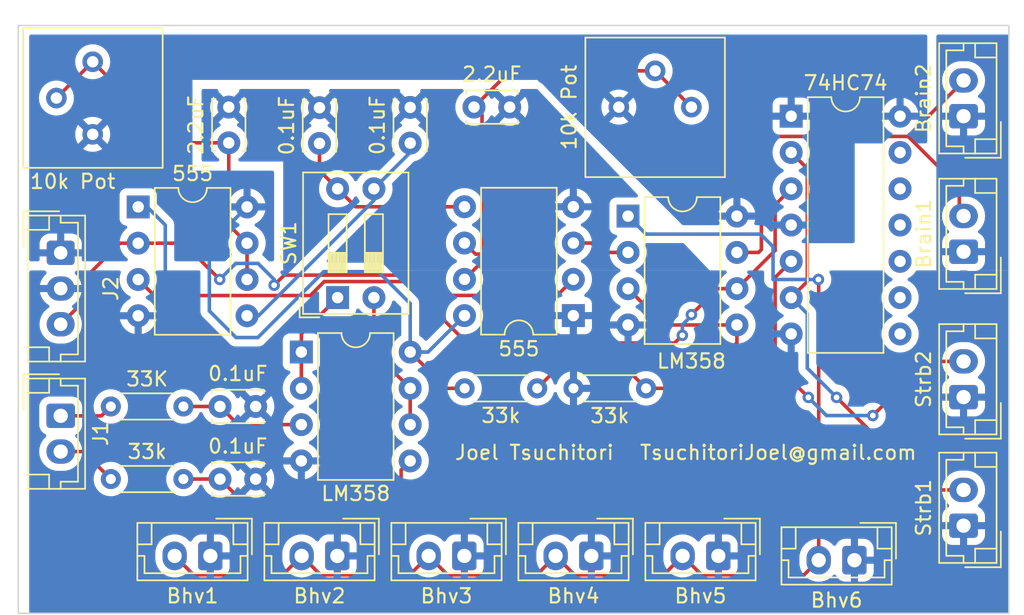
<source format=kicad_pcb>
(kicad_pcb (version 20221018) (generator pcbnew)
  (layers (0 "F.Cu" signal) (31 "B.Cu" signal) (34 "B.Paste" user) (35 "F.Paste" user) (36 "B.SilkS" user "B.Silkscreen") (37 "F.SilkS" user "F.Silkscreen") (38 "B.Mask" user) (39 "F.Mask" user) (44 "Edge.Cuts" user))
  (net 0 "")
  (net 1 "Net-(U1-DIS)")
  (net 2 "GND")
  (net 3 "Net-(U2A-+)")
  (net 4 "Net-(U3-DIS)")
  (net 5 "Net-(U2B-+)")
  (net 6 "Net-(U1-CV)")
  (net 7 "Net-(U3-CV)")
  (net 8 "Net-(J1-Pin_1)")
  (net 9 "Net-(J1-Pin_2)")
  (net 10 "+5V")
  (net 11 "VAC")
  (net 12 "Net-(J3-Pin_2)")
  (net 13 "Net-(J10-Pin_2)")
  (net 14 "Net-(J11-Pin_2)")
  (net 15 "Net-(J12-Pin_2)")
  (net 16 "Net-(U4A-+)")
  (net 17 "Net-(U2A--)")
  (net 18 "Net-(U2B--)")
  (net 19 "Net-(U1-Q)")
  (net 20 "Net-(U3-Q)")
  (footprint "Connector_JST:JST_EH_B2B-EH-A_1x02_P2.50mm_Vertical" (layer "F.Cu") (at 103.805 67.965 -90)
    (fp_text reference "J1" (at 1.25 -2.8 90) (layer "F.SilkS"))
    (fp_text value "Conn_01x02_Pin")
    (pad "1" thru_hole roundrect (at 0 0 270) (size 1.7 2) (drill 1) (layers "*.Cu" "*.Mask") (roundrect_rratio 0.1470588235) (net 8 "Net-(J1-Pin_1)"))
    (pad "2" thru_hole oval (at 2.5 0 270) (size 1.7 2) (drill 1) (layers "*.Cu" "*.Mask") (net 9 "Net-(J1-Pin_2)"))
  )
  (footprint "Capacitor_THT:C_Disc_D3.4mm_W2.1mm_P2.50mm" (layer "F.Cu") (at 121.92 48.895 90)
    (fp_text reference "0.1uF" (at 1.25 -2.3 90) (layer "F.SilkS"))
    (fp_text value "0.1 uF")
    (pad "1" thru_hole circle (at 0 0 90) (size 1.6 1.6) (drill 0.8) (layers "*.Cu" "*.Mask") (net 6 "Net-(U1-CV)"))
    (pad "2" thru_hole circle (at 2.5 0 90) (size 1.6 1.6) (drill 0.8) (layers "*.Cu" "*.Mask") (net 2 "GND"))
  )
  (footprint "Connector_JST:JST_EH_B2B-EH-A_1x02_P2.50mm_Vertical" (layer "F.Cu") (at 167.005 56.475 90)
    (fp_text reference "Brain1" (at 1.25 -2.8 90) (layer "F.SilkS"))
    (fp_text value "Conn_01x02_Pin")
    (pad "1" thru_hole roundrect (at 0 0 90) (size 1.7 2) (drill 1) (layers "*.Cu" "*.Mask") (roundrect_rratio 0.1470588235) (net 2 "GND"))
    (pad "2" thru_hole oval (at 2.5 0 90) (size 1.7 2) (drill 1) (layers "*.Cu" "*.Mask") (net 13 "Net-(J10-Pin_2)"))
  )
  (footprint "Connector_JST:JST_EH_B2B-EH-A_1x02_P2.50mm_Vertical" (layer "F.Cu") (at 149.84 77.77 180)
    (fp_text reference "Bhv5" (at 1.25 -2.8) (layer "F.SilkS"))
    (fp_text value "Conn_01x02_Pin")
    (pad "1" thru_hole roundrect (at 0 0 180) (size 1.7 2) (drill 1) (layers "*.Cu" "*.Mask") (roundrect_rratio 0.1470588235) (net 2 "GND"))
    (pad "2" thru_hole oval (at 2.5 0 180) (size 1.7 2) (drill 1) (layers "*.Cu" "*.Mask") (net 12 "Net-(J3-Pin_2)"))
  )
  (footprint "Button_Switch_THT:SW_DIP_SPSTx02_Slide_9.78x7.26mm_W7.62mm_P2.54mm" (layer "F.Cu") (at 123.19 59.69 90)
    (fp_text reference "SW1" (at 3.81 -3.42 90) (layer "F.SilkS"))
    (fp_text value "SW_DIP_x02")
    (pad "1" thru_hole rect (at 0 0 90) (size 1.6 1.6) (drill 0.8) (layers "*.Cu" "*.Mask") (net 17 "Net-(U2A--)"))
    (pad "2" thru_hole oval (at 0 2.54 90) (size 1.6 1.6) (drill 0.8) (layers "*.Cu" "*.Mask") (net 18 "Net-(U2B--)"))
    (pad "3" thru_hole oval (at 7.62 2.54 90) (size 1.6 1.6) (drill 0.8) (layers "*.Cu" "*.Mask") (net 7 "Net-(U3-CV)"))
    (pad "4" thru_hole oval (at 7.62 0 90) (size 1.6 1.6) (drill 0.8) (layers "*.Cu" "*.Mask") (net 6 "Net-(U1-CV)"))
  )
  (footprint "Resistor_THT:R_Axial_DIN0204_L3.6mm_D1.6mm_P5.08mm_Horizontal" (layer "F.Cu") (at 107.315 72.39)
    (fp_text reference "33k" (at 2.54 -1.92) (layer "F.SilkS"))
    (fp_text value "33k")
    (pad "1" thru_hole circle (at 0 0) (size 1.4 1.4) (drill 0.7) (layers "*.Cu" "*.Mask") (net 9 "Net-(J1-Pin_2)"))
    (pad "2" thru_hole oval (at 5.08 0) (size 1.4 1.4) (drill 0.7) (layers "*.Cu" "*.Mask") (net 5 "Net-(U2B-+)"))
  )
  (footprint "Package_DIP:DIP-8_W7.62mm" (layer "F.Cu") (at 139.69 60.95 180)
    (fp_text reference "555" (at 3.81 -2.33) (layer "F.SilkS"))
    (fp_text value "NE555P")
    (pad "1" thru_hole rect (at 0 0 180) (size 1.6 1.6) (drill 0.8) (layers "*.Cu" "*.Mask") (net 2 "GND"))
    (pad "2" thru_hole oval (at 0 2.54 180) (size 1.6 1.6) (drill 0.8) (layers "*.Cu" "*.Mask") (net 11 "VAC"))
    (pad "3" thru_hole oval (at 0 5.08 180) (size 1.6 1.6) (drill 0.8) (layers "*.Cu" "*.Mask") (net 19 "Net-(U1-Q)"))
    (pad "4" thru_hole oval (at 0 7.62 180) (size 1.6 1.6) (drill 0.8) (layers "*.Cu" "*.Mask") (net 2 "GND"))
    (pad "5" thru_hole oval (at 7.62 7.62 180) (size 1.6 1.6) (drill 0.8) (layers "*.Cu" "*.Mask") (net 6 "Net-(U1-CV)"))
    (pad "6" thru_hole oval (at 7.62 5.08 180) (size 1.6 1.6) (drill 0.8) (layers "*.Cu" "*.Mask") (net 1 "Net-(U1-DIS)"))
    (pad "7" thru_hole oval (at 7.62 2.54 180) (size 1.6 1.6) (drill 0.8) (layers "*.Cu" "*.Mask") (net 1 "Net-(U1-DIS)"))
    (pad "8" thru_hole oval (at 7.62 0 180) (size 1.6 1.6) (drill 0.8) (layers "*.Cu" "*.Mask") (net 10 "+5V"))
  )
  (footprint "Resistor_THT:R_Axial_DIN0204_L3.6mm_D1.6mm_P5.08mm_Horizontal" (layer "F.Cu") (at 132.08 66.04)
    (fp_text reference "33k" (at 2.54 1.905) (layer "F.SilkS"))
    (fp_text value "33k")
    (pad "1" thru_hole circle (at 0 0) (size 1.4 1.4) (drill 0.7) (layers "*.Cu" "*.Mask") (net 10 "+5V"))
    (pad "2" thru_hole oval (at 5.08 0) (size 1.4 1.4) (drill 0.7) (layers "*.Cu" "*.Mask") (net 16 "Net-(U4A-+)"))
  )
  (footprint "Package_DIP:DIP-8_W7.62mm" (layer "F.Cu") (at 120.65 63.5)
    (fp_text reference "LM358" (at 3.81 9.906) (layer "F.SilkS"))
    (fp_text value "LM358")
    (pad "1" thru_hole rect (at 0 0) (size 1.6 1.6) (drill 0.8) (layers "*.Cu" "*.Mask") (net 17 "Net-(U2A--)"))
    (pad "2" thru_hole oval (at 0 2.54) (size 1.6 1.6) (drill 0.8) (layers "*.Cu" "*.Mask") (net 17 "Net-(U2A--)"))
    (pad "3" thru_hole oval (at 0 5.08) (size 1.6 1.6) (drill 0.8) (layers "*.Cu" "*.Mask") (net 3 "Net-(U2A-+)"))
    (pad "4" thru_hole oval (at 0 7.62) (size 1.6 1.6) (drill 0.8) (layers "*.Cu" "*.Mask") (net 2 "GND"))
    (pad "5" thru_hole oval (at 7.62 7.62) (size 1.6 1.6) (drill 0.8) (layers "*.Cu" "*.Mask") (net 5 "Net-(U2B-+)"))
    (pad "6" thru_hole oval (at 7.62 5.08) (size 1.6 1.6) (drill 0.8) (layers "*.Cu" "*.Mask") (net 18 "Net-(U2B--)"))
    (pad "7" thru_hole oval (at 7.62 2.54) (size 1.6 1.6) (drill 0.8) (layers "*.Cu" "*.Mask") (net 18 "Net-(U2B--)"))
    (pad "8" thru_hole oval (at 7.62 0) (size 1.6 1.6) (drill 0.8) (layers "*.Cu" "*.Mask") (net 10 "+5V"))
  )
  (footprint "Capacitor_THT:C_Disc_D3.4mm_W2.1mm_P2.50mm" (layer "F.Cu") (at 114.955 67.31)
    (fp_text reference "0.1uF" (at 1.25 -2.3) (layer "F.SilkS"))
    (fp_text value "0.1 uF")
    (pad "1" thru_hole circle (at 0 0) (size 1.6 1.6) (drill 0.8) (layers "*.Cu" "*.Mask") (net 3 "Net-(U2A-+)"))
    (pad "2" thru_hole circle (at 2.5 0) (size 1.6 1.6) (drill 0.8) (layers "*.Cu" "*.Mask") (net 2 "GND"))
  )
  (footprint "Resistor_THT:R_Axial_DIN0204_L3.6mm_D1.6mm_P5.08mm_Horizontal" (layer "F.Cu") (at 107.315 67.31)
    (fp_text reference "33K" (at 2.54 -1.92) (layer "F.SilkS"))
    (fp_text value "33k")
    (pad "1" thru_hole circle (at 0 0) (size 1.4 1.4) (drill 0.7) (layers "*.Cu" "*.Mask") (net 8 "Net-(J1-Pin_1)"))
    (pad "2" thru_hole oval (at 5.08 0) (size 1.4 1.4) (drill 0.7) (layers "*.Cu" "*.Mask") (net 3 "Net-(U2A-+)"))
  )
  (footprint "Connector_JST:JST_EH_B2B-EH-A_1x02_P2.50mm_Vertical" (layer "F.Cu") (at 132.06 77.77 180)
    (fp_text reference "Bhv3" (at 1.25 -2.8) (layer "F.SilkS"))
    (fp_text value "Conn_01x02_Pin")
    (pad "1" thru_hole roundrect (at 0 0 180) (size 1.7 2) (drill 1) (layers "*.Cu" "*.Mask") (roundrect_rratio 0.1470588235) (net 2 "GND"))
    (pad "2" thru_hole oval (at 2.5 0 180) (size 1.7 2) (drill 1) (layers "*.Cu" "*.Mask") (net 12 "Net-(J3-Pin_2)"))
  )
  (footprint "Potentiometer_THT:Potentiometer_Bourns_3386P_Vertical" (layer "F.Cu") (at 106.045 43.18 180)
    (fp_text reference "10k Pot" (at 1.397 -8.382) (layer "F.SilkS"))
    (fp_text value "10k-0")
    (pad "1" thru_hole circle (at 0 0 180) (size 1.44 1.44) (drill 0.8) (layers "*.Cu" "*.Mask") (net 4 "Net-(U3-DIS)"))
    (pad "2" thru_hole circle (at 2.54 -2.54 180) (size 1.44 1.44) (drill 0.8) (layers "*.Cu" "*.Mask") (net 4 "Net-(U3-DIS)"))
    (pad "3" thru_hole circle (at 0 -5.08 180) (size 1.44 1.44) (drill 0.8) (layers "*.Cu" "*.Mask") (net 10 "+5V"))
  )
  (footprint "Connector_JST:JST_EH_B2B-EH-A_1x02_P2.50mm_Vertical" (layer "F.Cu") (at 167.005 66.655 90)
    (fp_text reference "Strb2" (at 1.25 -2.8 90) (layer "F.SilkS"))
    (fp_text value "Conn_01x02_Pin")
    (pad "1" thru_hole roundrect (at 0 0 90) (size 1.7 2) (drill 1) (layers "*.Cu" "*.Mask") (roundrect_rratio 0.1470588235) (net 2 "GND"))
    (pad "2" thru_hole oval (at 2.5 0 90) (size 1.7 2) (drill 1) (layers "*.Cu" "*.Mask") (net 14 "Net-(J11-Pin_2)"))
  )
  (footprint "Connector_JST:JST_EH_B2B-EH-A_1x02_P2.50mm_Vertical" (layer "F.Cu") (at 159.365 78.07 180)
    (fp_text reference "Bhv6" (at 1.25 -2.8) (layer "F.SilkS"))
    (fp_text value "Conn_01x02_Pin")
    (pad "1" thru_hole roundrect (at 0 0 180) (size 1.7 2) (drill 1) (layers "*.Cu" "*.Mask") (roundrect_rratio 0.1470588235) (net 2 "GND"))
    (pad "2" thru_hole oval (at 2.5 0 180) (size 1.7 2) (drill 1) (layers "*.Cu" "*.Mask") (net 12 "Net-(J3-Pin_2)"))
  )
  (footprint "Capacitor_THT:C_Disc_D3.4mm_W2.1mm_P2.50mm" (layer "F.Cu") (at 128.27 48.875 90)
    (fp_text reference "0.1uF" (at 1.25 -2.3 90) (layer "F.SilkS"))
    (fp_text value "0.1 uF")
    (pad "1" thru_hole circle (at 0 0 90) (size 1.6 1.6) (drill 0.8) (layers "*.Cu" "*.Mask") (net 7 "Net-(U3-CV)"))
    (pad "2" thru_hole circle (at 2.5 0 90) (size 1.6 1.6) (drill 0.8) (layers "*.Cu" "*.Mask") (net 2 "GND"))
  )
  (footprint "Resistor_THT:R_Axial_DIN0204_L3.6mm_D1.6mm_P5.08mm_Horizontal" (layer "F.Cu") (at 144.78 66.04 180)
    (fp_text reference "33k" (at 2.54 -1.92) (layer "F.SilkS"))
    (fp_text value "33k")
    (pad "1" thru_hole circle (at 0 0 180) (size 1.4 1.4) (drill 0.7) (layers "*.Cu" "*.Mask") (net 16 "Net-(U4A-+)"))
    (pad "2" thru_hole oval (at 5.08 0 180) (size 1.4 1.4) (drill 0.7) (layers "*.Cu" "*.Mask") (net 2 "GND"))
  )
  (footprint "Connector_JST:JST_EH_B2B-EH-A_1x02_P2.50mm_Vertical" (layer "F.Cu") (at 140.95 77.77 180)
    (fp_text reference "Bhv4" (at 1.25 -2.8) (layer "F.SilkS"))
    (fp_text value "Conn_01x02_Pin")
    (pad "1" thru_hole roundrect (at 0 0 180) (size 1.7 2) (drill 1) (layers "*.Cu" "*.Mask") (roundrect_rratio 0.1470588235) (net 2 "GND"))
    (pad "2" thru_hole oval (at 2.5 0 180) (size 1.7 2) (drill 1) (layers "*.Cu" "*.Mask") (net 12 "Net-(J3-Pin_2)"))
  )
  (footprint "Package_DIP:DIP-8_W7.62mm" (layer "F.Cu") (at 143.52 53.985)
    (fp_text reference "LM358" (at 4.435 10.15) (layer "F.SilkS"))
    (fp_text value "LM358")
    (pad "1" thru_hole rect (at 0 0) (size 1.6 1.6) (drill 0.8) (layers "*.Cu" "*.Mask") (net 12 "Net-(J3-Pin_2)"))
    (pad "2" thru_hole oval (at 0 2.54) (size 1.6 1.6) (drill 0.8) (layers "*.Cu" "*.Mask") (net 19 "Net-(U1-Q)"))
    (pad "3" thru_hole oval (at 0 5.08) (size 1.6 1.6) (drill 0.8) (layers "*.Cu" "*.Mask") (net 16 "Net-(U4A-+)"))
    (pad "4" thru_hole oval (at 0 7.62) (size 1.6 1.6) (drill 0.8) (layers "*.Cu" "*.Mask") (net 2 "GND"))
    (pad "5" thru_hole oval (at 7.62 7.62) (size 1.6 1.6) (drill 0.8) (layers "*.Cu" "*.Mask") (net 16 "Net-(U4A-+)"))
    (pad "6" thru_hole oval (at 7.62 5.08) (size 1.6 1.6) (drill 0.8) (layers "*.Cu" "*.Mask") (net 20 "Net-(U3-Q)"))
    (pad "7" thru_hole oval (at 7.62 2.54) (size 1.6 1.6) (drill 0.8) (layers "*.Cu" "*.Mask") (net 13 "Net-(J10-Pin_2)"))
    (pad "8" thru_hole oval (at 7.62 0) (size 1.6 1.6) (drill 0.8) (layers "*.Cu" "*.Mask") (net 10 "+5V"))
  )
  (footprint "Potentiometer_THT:Potentiometer_Bourns_3386P_Vertical" (layer "F.Cu") (at 147.955 46.355 90)
    (fp_text reference "10k Pot" (at -0.015 -8.555 90) (layer "F.SilkS"))
    (fp_text value "10k-0")
    (pad "1" thru_hole circle (at 0 0 90) (size 1.44 1.44) (drill 0.8) (layers "*.Cu" "*.Mask") (net 1 "Net-(U1-DIS)"))
    (pad "2" thru_hole circle (at 2.54 -2.54 90) (size 1.44 1.44) (drill 0.8) (layers "*.Cu" "*.Mask") (net 1 "Net-(U1-DIS)"))
    (pad "3" thru_hole circle (at 0 -5.08 90) (size 1.44 1.44) (drill 0.8) (layers "*.Cu" "*.Mask") (net 10 "+5V"))
  )
  (footprint "Capacitor_THT:C_Disc_D3.4mm_W2.1mm_P2.50mm" (layer "F.Cu") (at 115.57 48.855 90)
    (fp_text reference "2.2uF" (at 1.25 -2.3 90) (layer "F.SilkS"))
    (fp_text value "2.2 uf")
    (pad "1" thru_hole circle (at 0 0 90) (size 1.6 1.6) (drill 0.8) (layers "*.Cu" "*.Mask") (net 4 "Net-(U3-DIS)"))
    (pad "2" thru_hole circle (at 2.5 0 90) (size 1.6 1.6) (drill 0.8) (layers "*.Cu" "*.Mask") (net 2 "GND"))
  )
  (footprint "Connector_JST:JST_EH_B3B-EH-A_1x03_P2.50mm_Vertical" (layer "F.Cu") (at 103.805 56.555 -90)
    (fp_text reference "J2" (at 2.5 -3.51 90) (layer "F.SilkS"))
    (fp_text value "Conn_01x03_Pin")
    (pad "1" thru_hole roundrect (at 0 0 270) (size 1.7 1.95) (drill 0.95) (layers "*.Cu" "*.Mask") (roundrect_rratio 0.1470588235) (net 10 "+5V"))
    (pad "2" thru_hole oval (at 2.5 0 270) (size 1.7 1.95) (drill 0.95) (layers "*.Cu" "*.Mask") (net 2 "GND"))
    (pad "3" thru_hole oval (at 5 0 270) (size 1.7 1.95) (drill 0.95) (layers "*.Cu" "*.Mask") (net 11 "VAC"))
  )
  (footprint "Connector_JST:JST_EH_B2B-EH-A_1x02_P2.50mm_Vertical" (layer "F.Cu") (at 167.005 75.652 90)
    (fp_text reference "Strb1" (at 1.25 -2.8 90) (layer "F.SilkS"))
    (fp_text value "Conn_01x02_Pin")
    (pad "1" thru_hole roundrect (at 0 0 90) (size 1.7 2) (drill 1) (layers "*.Cu" "*.Mask") (roundrect_rratio 0.1470588235) (net 2 "GND"))
    (pad "2" thru_hole oval (at 2.5 0 90) (size 1.7 2) (drill 1) (layers "*.Cu" "*.Mask") (net 15 "Net-(J12-Pin_2)"))
  )
  (footprint "Connector_JST:JST_EH_B2B-EH-A_1x02_P2.50mm_Vertical" (layer "F.Cu") (at 123.17 77.77 180)
    (fp_text reference "Bhv2" (at 1.25 -2.8) (layer "F.SilkS"))
    (fp_text value "Conn_01x02_Pin")
    (pad "1" thru_hole roundrect (at 0 0 180) (size 1.7 2) (drill 1) (layers "*.Cu" "*.Mask") (roundrect_rratio 0.1470588235) (net 2 "GND"))
    (pad "2" thru_hole oval (at 2.5 0 180) (size 1.7 2) (drill 1) (layers "*.Cu" "*.Mask") (net 12 "Net-(J3-Pin_2)"))
  )
  (footprint "Connector_JST:JST_EH_B2B-EH-A_1x02_P2.50mm_Vertical" (layer "F.Cu") (at 167.005 46.99 90)
    (fp_text reference "Brain2" (at 1.25 -2.8 90) (layer "F.SilkS"))
    (fp_text value "Conn_01x02_Pin")
    (pad "1" thru_hole roundrect (at 0 0 90) (size 1.7 2) (drill 1) (layers "*.Cu" "*.Mask") (roundrect_rratio 0.1470588235) (net 2 "GND"))
    (pad "2" thru_hole oval (at 2.5 0 90) (size 1.7 2) (drill 1) (layers "*.Cu" "*.Mask") (net 13 "Net-(J10-Pin_2)"))
  )
  (footprint "Package_DIP:DIP-8_W7.62mm" (layer "F.Cu") (at 109.23 53.34)
    (fp_text reference "555" (at 3.81 -2.33) (layer "F.SilkS"))
    (fp_text value "NE555P")
    (pad "1" thru_hole rect (at 0 0) (size 1.6 1.6) (drill 0.8) (layers "*.Cu" "*.Mask") (net 2 "GND"))
    (pad "2" thru_hole oval (at 0 2.54) (size 1.6 1.6) (drill 0.8) (layers "*.Cu" "*.Mask") (net 11 "VAC"))
    (pad "3" thru_hole oval (at 0 5.08) (size 1.6 1.6) (drill 0.8) (layers "*.Cu" "*.Mask") (net 20 "Net-(U3-Q)"))
    (pad "4" thru_hole oval (at 0 7.62) (size 1.6 1.6) (drill 0.8) (layers "*.Cu" "*.Mask") (net 2 "GND"))
    (pad "5" thru_hole oval (at 7.62 7.62) (size 1.6 1.6) (drill 0.8) (layers "*.Cu" "*.Mask") (net 7 "Net-(U3-CV)"))
    (pad "6" thru_hole oval (at 7.62 5.08) (size 1.6 1.6) (drill 0.8) (layers "*.Cu" "*.Mask") (net 4 "Net-(U3-DIS)"))
    (pad "7" thru_hole oval (at 7.62 2.54) (size 1.6 1.6) (drill 0.8) (layers "*.Cu" "*.Mask") (net 4 "Net-(U3-DIS)"))
    (pad "8" thru_hole oval (at 7.62 0) (size 1.6 1.6) (drill 0.8) (layers "*.Cu" "*.Mask") (net 10 "+5V"))
  )
  (footprint "Package_DIP:DIP-14_W7.62mm" (layer "F.Cu") (at 154.94 46.99)
    (fp_text reference "74HC74" (at 3.81 -2.33) (layer "F.SilkS"))
    (fp_text value "74HC74")
    (pad "1" thru_hole rect (at 0 0) (size 1.6 1.6) (drill 0.8) (layers "*.Cu" "*.Mask") (net 10 "+5V"))
    (pad "2" thru_hole oval (at 0 2.54) (size 1.6 1.6) (drill 0.8) (layers "*.Cu" "*.Mask") (net 15 "Net-(J12-Pin_2)"))
    (pad "3" thru_hole oval (at 0 5.08) (size 1.6 1.6) (drill 0.8) (layers "*.Cu" "*.Mask") (net 20 "Net-(U3-Q)"))
    (pad "4" thru_hole oval (at 0 7.62) (size 1.6 1.6) (drill 0.8) (layers "*.Cu" "*.Mask") (net 10 "+5V"))
    (pad "5" thru_hole oval (at 0 10.16) (size 1.6 1.6) (drill 0.8) (layers "*.Cu" "*.Mask") (net 14 "Net-(J11-Pin_2)"))
    (pad "6" thru_hole oval (at 0 12.7) (size 1.6 1.6) (drill 0.8) (layers "*.Cu" "*.Mask") (net 15 "Net-(J12-Pin_2)"))
    (pad "7" thru_hole oval (at 0 15.24) (size 1.6 1.6) (drill 0.8) (layers "*.Cu" "*.Mask") (net 2 "GND"))
    (pad "8" thru_hole oval (at 7.62 15.24) (size 1.6 1.6) (drill 0.8) (layers "*.Cu" "*.Mask"))
    (pad "9" thru_hole oval (at 7.62 12.7) (size 1.6 1.6) (drill 0.8) (layers "*.Cu" "*.Mask"))
    (pad "10" thru_hole oval (at 7.62 10.16) (size 1.6 1.6) (drill 0.8) (layers "*.Cu" "*.Mask"))
    (pad "11" thru_hole oval (at 7.62 7.62) (size 1.6 1.6) (drill 0.8) (layers "*.Cu" "*.Mask"))
    (pad "12" thru_hole oval (at 7.62 5.08) (size 1.6 1.6) (drill 0.8) (layers "*.Cu" "*.Mask"))
    (pad "13" thru_hole oval (at 7.62 2.54) (size 1.6 1.6) (drill 0.8) (layers "*.Cu" "*.Mask"))
    (pad "14" thru_hole oval (at 7.62 0) (size 1.6 1.6) (drill 0.8) (layers "*.Cu" "*.Mask") (net 10 "+5V"))
  )
  (footprint "Connector_JST:JST_EH_B2B-EH-A_1x02_P2.50mm_Vertical" (layer "F.Cu") (at 114.28 77.77 180)
    (fp_text reference "Bhv1" (at 1.25 -2.8) (layer "F.SilkS"))
    (fp_text value "Conn_01x02_Pin")
    (pad "1" thru_hole roundrect (at 0 0 180) (size 1.7 2) (drill 1) (layers "*.Cu" "*.Mask") (roundrect_rratio 0.1470588235) (net 2 "GND"))
    (pad "2" thru_hole oval (at 2.5 0 180) (size 1.7 2) (drill 1) (layers "*.Cu" "*.Mask") (net 12 "Net-(J3-Pin_2)"))
  )
  (footprint "Capacitor_THT:C_Disc_D3.4mm_W2.1mm_P2.50mm" (layer "F.Cu") (at 114.955 72.39)
    (fp_text reference "0.1uF" (at 1.25 -2.3) (layer "F.SilkS"))
    (fp_text value "0.1 uF")
    (pad "1" thru_hole circle (at 0 0) (size 1.6 1.6) (drill 0.8) (layers "*.Cu" "*.Mask") (net 5 "Net-(U2B-+)"))
    (pad "2" thru_hole circle (at 2.5 0) (size 1.6 1.6) (drill 0.8) (layers "*.Cu" "*.Mask") (net 2 "GND"))
  )
  (footprint "Capacitor_THT:C_Disc_D3.4mm_W2.1mm_P2.50mm" (layer "F.Cu") (at 132.735 46.355)
    (fp_text reference "2.2uF" (at 1.25 -2.3) (layer "F.SilkS"))
    (fp_text value "2.2 uf")
    (pad "1" thru_hole circle (at 0 0) (size 1.6 1.6) (drill 0.8) (layers "*.Cu" "*.Mask") (net 1 "Net-(U1-DIS)"))
    (pad "2" thru_hole circle (at 2.5 0) (size 1.6 1.6) (drill 0.8) (layers "*.Cu" "*.Mask") (net 2 "GND"))
  )
  (gr_rect (start 100.838 40.64) (end 170.18 81.788) (stroke (width 0.1)) (fill none) (layer "Edge.Cuts"))
  (gr_text "Joel Tsuchitori" (at 131.318 71.12) (layer "F.SilkS") (effects (font (size 1 1)) (justify left bottom)))
  (gr_text "TsuchitoriJoel@gmail.com\n" (at 144.272 71.12) (layer "F.SilkS") (effects (font (size 1 1)) (justify left bottom)))
  (segment (start 135.275 43.815) (end 145.415 43.815) (width 0.25) (layer "F.Cu") (net 1))
  (segment (start 132.842 56.642) (end 133.297129 56.642) (width 0.25) (layer "F.Cu") (net 1))
  (segment (start 132.07 55.87) (end 132.842 56.642) (width 0.25) (layer "F.Cu") (net 1))
  (segment (start 145.415 43.815) (end 147.955 46.355) (width 0.25) (layer "F.Cu") (net 1))
  (segment (start 133.297129 57.182871) (end 132.07 58.41) (width 0.25) (layer "F.Cu") (net 1))
  (segment (start 132.735 46.355) (end 135.275 43.815) (width 0.25) (layer "F.Cu") (net 1))
  (segment (start 133.297129 46.917129) (end 133.297129 56.642) (width 0.25) (layer "F.Cu") (net 1))
  (segment (start 133.297129 56.642) (end 133.297129 57.182871) (width 0.25) (layer "F.Cu") (net 1))
  (segment (start 132.735 46.355) (end 133.297129 46.917129) (width 0.25) (layer "F.Cu") (net 1))
  (segment (start 109.23 53.34) (end 109.855 53.34) (width 0.25) (layer "B.Cu") (net 2))
  (segment (start 111.125 54.61) (end 111.125 59.055) (width 0.25) (layer "B.Cu") (net 2))
  (segment (start 109.855 53.34) (end 111.125 54.61) (width 0.25) (layer "B.Cu") (net 2))
  (segment (start 112.395 67.31) (end 114.955 67.31) (width 0.25) (layer "F.Cu") (net 3))
  (segment (start 116.225 68.58) (end 120.65 68.58) (width 0.25) (layer "F.Cu") (net 3))
  (segment (start 114.955 67.31) (end 116.225 68.58) (width 0.25) (layer "F.Cu") (net 3))
  (segment (start 116.85 58.42) (end 116.85 55.88) (width 0.25) (layer "F.Cu") (net 4))
  (segment (start 110.49 47.625) (end 110.49 48.26) (width 0.25) (layer "F.Cu") (net 4))
  (segment (start 115.57 54.6) (end 115.57 48.855) (width 0.25) (layer "F.Cu") (net 4))
  (segment (start 103.505 45.72) (end 106.045 43.18) (width 0.25) (layer "F.Cu") (net 4))
  (segment (start 106.045 43.18) (end 110.49 47.625) (width 0.25) (layer "F.Cu") (net 4))
  (segment (start 111.085 48.855) (end 115.57 48.855) (width 0.25) (layer "F.Cu") (net 4))
  (segment (start 110.49 48.26) (end 111.085 48.855) (width 0.25) (layer "F.Cu") (net 4))
  (segment (start 116.85 55.88) (end 115.57 54.6) (width 0.25) (layer "F.Cu") (net 4))
  (segment (start 125.73 74.295) (end 127.635 72.39) (width 0.25) (layer "F.Cu") (net 5))
  (segment (start 127.635 71.755) (end 128.27 71.12) (width 0.25) (layer "F.Cu") (net 5))
  (segment (start 116.86 74.295) (end 125.73 74.295) (width 0.25) (layer "F.Cu") (net 5))
  (segment (start 127.635 72.39) (end 127.635 71.755) (width 0.25) (layer "F.Cu") (net 5))
  (segment (start 114.955 72.39) (end 116.86 74.295) (width 0.25) (layer "F.Cu") (net 5))
  (segment (start 112.395 72.39) (end 114.955 72.39) (width 0.25) (layer "F.Cu") (net 5))
  (segment (start 132.07 53.33) (end 124.45 53.33) (width 0.25) (layer "F.Cu") (net 6))
  (segment (start 121.92 50.8) (end 121.92 48.895) (width 0.25) (layer "F.Cu") (net 6))
  (segment (start 124.45 53.33) (end 123.19 52.07) (width 0.25) (layer "F.Cu") (net 6))
  (segment (start 123.19 52.07) (end 121.92 50.8) (width 0.25) (layer "F.Cu") (net 6))
  (segment (start 116.85 60.96) (end 117.65 60.96) (width 0.25) (layer "B.Cu") (net 7))
  (segment (start 117.65 60.96) (end 125.73 52.88) (width 0.25) (layer "B.Cu") (net 7))
  (segment (start 125.73 52.07) (end 128.27 49.53) (width 0.25) (layer "B.Cu") (net 7))
  (segment (start 125.73 52.88) (end 125.73 52.07) (width 0.25) (layer "B.Cu") (net 7))
  (segment (start 128.27 49.53) (end 128.27 48.875) (width 0.25) (layer "B.Cu") (net 7))
  (segment (start 106.66 67.965) (end 107.315 67.31) (width 0.25) (layer "F.Cu") (net 8))
  (segment (start 103.805 67.965) (end 106.66 67.965) (width 0.25) (layer "F.Cu") (net 8))
  (segment (start 105.39 70.465) (end 107.315 72.39) (width 0.25) (layer "F.Cu") (net 9))
  (segment (start 103.805 70.465) (end 105.39 70.465) (width 0.25) (layer "F.Cu") (net 9))
  (segment (start 130.81 66.04) (end 128.27 63.5) (width 0.25) (layer "F.Cu") (net 10))
  (segment (start 132.08 66.04) (end 130.81 66.04) (width 0.25) (layer "F.Cu") (net 10))
  (segment (start 126.038637 57.873198) (end 122.212802 57.873198) (width 0.25) (layer "B.Cu") (net 10))
  (segment (start 129.52 63.5) (end 132.07 60.95) (width 0.25) (layer "B.Cu") (net 10))
  (segment (start 114.21 60.616) (end 114.21 55.98) (width 0.25) (layer "B.Cu") (net 10))
  (segment (start 114.21 55.98) (end 116.85 53.34) (width 0.25) (layer "B.Cu") (net 10))
  (segment (start 117.602 62.484) (end 116.078 62.484) (width 0.25) (layer "B.Cu") (net 10))
  (segment (start 122.212802 57.873198) (end 117.602 62.484) (width 0.25) (layer "B.Cu") (net 10))
  (segment (start 128.27 63.5) (end 129.52 63.5) (width 0.25) (layer "B.Cu") (net 10))
  (segment (start 128.27 63.5) (end 128.27 60.104561) (width 0.25) (layer "B.Cu") (net 10))
  (segment (start 116.078 62.484) (end 114.21 60.616) (width 0.25) (layer "B.Cu") (net 10))
  (segment (start 128.27 60.104561) (end 126.038637 57.873198) (width 0.25) (layer "B.Cu") (net 10))
  (segment (start 107.95 55.88) (end 109.23 55.88) (width 0.25) (layer "F.Cu") (net 11))
  (segment (start 138.565 59.535) (end 139.69 58.41) (width 0.25) (layer "F.Cu") (net 11))
  (segment (start 119.4505 58.115) (end 129.743 58.115) (width 0.25) (layer "F.Cu") (net 11))
  (segment (start 105.525 59.835) (end 105.525 58.305) (width 0.25) (layer "F.Cu") (net 11))
  (segment (start 131.163 59.535) (end 138.565 59.535) (width 0.25) (layer "F.Cu") (net 11))
  (segment (start 103.805 61.555) (end 105.525 59.835) (width 0.25) (layer "F.Cu") (net 11))
  (segment (start 112.395 55.88) (end 114.935 58.42) (width 0.25) (layer "F.Cu") (net 11))
  (segment (start 118.745 58.8205) (end 119.4505 58.115) (width 0.25) (layer "F.Cu") (net 11))
  (segment (start 109.23 55.88) (end 112.395 55.88) (width 0.25) (layer "F.Cu") (net 11))
  (segment (start 105.525 58.305) (end 107.95 55.88) (width 0.25) (layer "F.Cu") (net 11))
  (segment (start 129.743 58.115) (end 131.163 59.535) (width 0.25) (layer "F.Cu") (net 11))
  (via (at 114.935 58.42) (size 0.8) (drill 0.4) (layers "F.Cu" "B.Cu") (net 11))
  (via (at 118.745 58.8205) (size 0.8) (drill 0.4) (layers "F.Cu" "B.Cu") (net 11))
  (segment (start 117.62 57.295) (end 118.745 58.42) (width 0.25) (layer "B.Cu") (net 11))
  (segment (start 114.935 58.42) (end 116.06 57.295) (width 0.25) (layer "B.Cu") (net 11))
  (segment (start 116.06 57.295) (end 117.62 57.295) (width 0.25) (layer "B.Cu") (net 11))
  (segment (start 118.745 58.42) (end 118.745 58.8205) (width 0.25) (layer "B.Cu") (net 11))
  (segment (start 128.235 79.095) (end 121.995 79.095) (width 0.25) (layer "F.Cu") (net 12))
  (segment (start 155.84 79.095) (end 148.665 79.095) (width 0.25) (layer "F.Cu") (net 12))
  (segment (start 139.775 79.095) (end 138.45 77.77) (width 0.25) (layer "F.Cu") (net 12))
  (segment (start 156.845 58.42) (end 156.865 58.44) (width 0.25) (layer "F.Cu") (net 12))
  (segment (start 138.45 77.77) (end 137.125 79.095) (width 0.25) (layer "F.Cu") (net 12))
  (segment (start 156.865 58.44) (end 156.865 78.07) (width 0.25) (layer "F.Cu") (net 12))
  (segment (start 156.865 78.07) (end 155.84 79.095) (width 0.25) (layer "F.Cu") (net 12))
  (segment (start 120.67 77.77) (end 119.345 79.095) (width 0.25) (layer "F.Cu") (net 12))
  (segment (start 146.015 79.095) (end 139.775 79.095) (width 0.25) (layer "F.Cu") (net 12))
  (segment (start 147.34 77.77) (end 146.015 79.095) (width 0.25) (layer "F.Cu") (net 12))
  (segment (start 130.885 79.095) (end 129.56 77.77) (width 0.25) (layer "F.Cu") (net 12))
  (segment (start 129.56 77.77) (end 128.235 79.095) (width 0.25) (layer "F.Cu") (net 12))
  (segment (start 121.995 79.095) (end 120.67 77.77) (width 0.25) (layer "F.Cu") (net 12))
  (segment (start 113.105 79.095) (end 111.78 77.77) (width 0.25) (layer "F.Cu") (net 12))
  (segment (start 119.345 79.095) (end 113.105 79.095) (width 0.25) (layer "F.Cu") (net 12))
  (segment (start 148.665 79.095) (end 147.34 77.77) (width 0.25) (layer "F.Cu") (net 12))
  (segment (start 137.125 79.095) (end 130.885 79.095) (width 0.25) (layer "F.Cu") (net 12))
  (via (at 156.845 58.42) (size 0.8) (drill 0.4) (layers "F.Cu" "B.Cu") (net 12))
  (segment (start 152.790305 55.245) (end 144.78 55.245) (width 0.25) (layer "B.Cu") (net 12))
  (segment (start 156.845 58.42) (end 153.67 58.42) (width 0.25) (layer "B.Cu") (net 12))
  (segment (start 153.67 58.42) (end 153.67 56.124695) (width 0.25) (layer "B.Cu") (net 12))
  (segment (start 144.78 55.245) (end 143.52 53.985) (width 0.25) (layer "B.Cu") (net 12))
  (segment (start 153.67 56.124695) (end 152.790305 55.245) (width 0.25) (layer "B.Cu") (net 12))
  (segment (start 152.8502 56.3302) (end 152.8502 49.27018) (width 0.25) (layer "F.Cu") (net 13))
  (segment (start 166.705 51.985) (end 163.125 48.405) (width 0.25) (layer "F.Cu") (net 13))
  (segment (start 152.6554 56.525) (end 152.8502 56.3302) (width 0.25) (layer "F.Cu") (net 13))
  (segment (start 151.14 56.525) (end 152.6554 56.525) (width 0.25) (layer "F.Cu") (net 13))
  (segment (start 152.8502 49.27018) (end 153.71538 48.405) (width 0.25) (layer "F.Cu") (net 13))
  (segment (start 151.3348 56.3302) (end 151.14 56.525) (width 0.25) (layer "F.Cu") (net 13))
  (segment (start 153.71538 48.405) (end 163.125 48.405) (width 0.25) (layer "F.Cu") (net 13))
  (segment (start 166.705 53.995) (end 166.705 51.985) (width 0.25) (layer "F.Cu") (net 13))
  (segment (start 163.125 48.405) (end 167.04 44.49) (width 0.25) (layer "F.Cu") (net 13))
  (segment (start 154.94 57.15) (end 153.815 58.275) (width 0.25) (layer "F.Cu") (net 14))
  (segment (start 153.815 64.3495) (end 156.1405 66.675) (width 0.25) (layer "F.Cu") (net 14))
  (segment (start 153.815 58.275) (end 153.815 64.3495) (width 0.25) (layer "F.Cu") (net 14))
  (segment (start 160.655 67.945) (end 164.445 64.155) (width 0.25) (layer "F.Cu") (net 14))
  (segment (start 164.445 64.155) (end 166.67 64.155) (width 0.25) (layer "F.Cu") (net 14))
  (via (at 156.1405 66.675) (size 0.8) (drill 0.4) (layers "F.Cu" "B.Cu") (net 14))
  (via (at 160.655 67.945) (size 0.8) (drill 0.4) (layers "F.Cu" "B.Cu") (net 14))
  (segment (start 157.4105 67.945) (end 160.655 67.945) (width 0.25) (layer "B.Cu") (net 14))
  (segment (start 156.1405 66.675) (end 157.4105 67.945) (width 0.25) (layer "B.Cu") (net 14))
  (segment (start 156.065 50.655) (end 156.065 58.565) (width 0.25) (layer "F.Cu") (net 15))
  (segment (start 166.37 73.152) (end 166.37 73.66) (width 0.25) (layer "F.Cu") (net 15))
  (segment (start 158.115 66.675) (end 164.592 73.152) (width 0.25) (layer "F.Cu") (net 15))
  (segment (start 154.94 49.53) (end 156.065 50.655) (width 0.25) (layer "F.Cu") (net 15))
  (segment (start 156.065 58.565) (end 154.94 59.69) (width 0.25) (layer "F.Cu") (net 15))
  (segment (start 164.592 73.152) (end 166.37 73.152) (width 0.25) (layer "F.Cu") (net 15))
  (via (at 158.115 66.675) (size 0.8) (drill 0.4) (layers "F.Cu" "B.Cu") (net 15))
  (segment (start 158.115 66.675) (end 156.065 64.625) (width 0.25) (layer "B.Cu") (net 15))
  (segment (start 156.065 60.815) (end 154.94 59.69) (width 0.25) (layer "B.Cu") (net 15))
  (segment (start 156.065 64.625) (end 156.065 60.815) (width 0.25) (layer "B.Cu") (net 15))
  (segment (start 138.489056 64.710944) (end 143.726123 64.710944) (width 0.25) (layer "F.Cu") (net 16))
  (segment (start 149.225 66.04) (end 144.78 66.04) (width 0.25) (layer "F.Cu") (net 16))
  (segment (start 151.14 62.855) (end 150.495 63.5) (width 0.25) (layer "F.Cu") (net 16))
  (segment (start 150.495 64.77) (end 149.225 66.04) (width 0.25) (layer "F.Cu") (net 16))
  (segment (start 143.726123 64.710944) (end 143.726123 64.986123) (width 0.25) (layer "F.Cu") (net 16))
  (segment (start 150.495 63.5) (end 150.495 64.77) (width 0.25) (layer "F.Cu") (net 16))
  (segment (start 146.06 61.605) (end 143.52 59.065) (width 0.25) (layer "F.Cu") (net 16))
  (segment (start 151.14 61.605) (end 151.14 62.855) (width 0.25) (layer "F.Cu") (net 16))
  (segment (start 137.16 66.04) (end 138.489056 64.710944) (width 0.25) (layer "F.Cu") (net 16))
  (segment (start 143.726123 64.986123) (end 144.78 66.04) (width 0.25) (layer "F.Cu") (net 16))
  (segment (start 151.14 61.605) (end 146.06 61.605) (width 0.25) (layer "F.Cu") (net 16))
  (segment (start 120.65 66.04) (end 120.65 63.5) (width 0.25) (layer "F.Cu") (net 17))
  (segment (start 120.65 63.5) (end 120.65 62.23) (width 0.25) (layer "F.Cu") (net 17))
  (segment (start 120.65 62.23) (end 123.19 59.69) (width 0.25) (layer "F.Cu") (net 17))
  (segment (start 128.27 66.04) (end 125.73 63.5) (width 0.25) (layer "F.Cu") (net 18))
  (segment (start 128.27 68.58) (end 128.27 66.04) (width 0.25) (layer "F.Cu") (net 18))
  (segment (start 125.73 63.5) (end 125.73 59.69) (width 0.25) (layer "F.Cu") (net 18))
  (segment (start 139.69 55.87) (end 140.96 55.87) (width 0.25) (layer "F.Cu") (net 19))
  (segment (start 141.615 56.525) (end 143.52 56.525) (width 0.25) (layer "F.Cu") (net 19))
  (segment (start 140.96 55.87) (end 141.615 56.525) (width 0.25) (layer "F.Cu") (net 19))
  (segment (start 151.14 59.065) (end 153.815 56.39) (width 0.25) (layer "F.Cu") (net 20))
  (segment (start 132.235524 62.865) (end 146.7845 62.865) (width 0.25) (layer "F.Cu") (net 20))
  (segment (start 146.7845 62.865) (end 147.32 62.3295) (width 0.25) (layer "F.Cu") (net 20))
  (segment (start 127.935524 58.565) (end 132.235524 62.865) (width 0.25) (layer "F.Cu") (net 20))
  (segment (start 147.955 60.8805) (end 149.7705 59.065) (width 0.25) (layer "F.Cu") (net 20))
  (segment (start 110.355 59.545) (end 121.27538 59.545) (width 0.25) (layer "F.Cu") (net 20))
  (segment (start 153.815 53.195) (end 154.94 52.07) (width 0.25) (layer "F.Cu") (net 20))
  (segment (start 109.23 58.42) (end 110.355 59.545) (width 0.25) (layer "F.Cu") (net 20))
  (segment (start 153.815 56.39) (end 153.815 53.195) (width 0.25) (layer "F.Cu") (net 20))
  (segment (start 121.27538 59.545) (end 122.25538 58.565) (width 0.25) (layer "F.Cu") (net 20))
  (segment (start 122.25538 58.565) (end 127.935524 58.565) (width 0.25) (layer "F.Cu") (net 20))
  (segment (start 149.7705 59.065) (end 151.14 59.065) (width 0.25) (layer "F.Cu") (net 20))
  (via (at 147.955 60.8805) (size 0.8) (drill 0.4) (layers "F.Cu" "B.Cu") (net 20))
  (via (at 147.32 62.3295) (size 0.8) (drill 0.4) (layers "F.Cu" "B.Cu") (net 20))
  (segment (start 147.32 61.595) (end 147.955 60.96) (width 0.25) (layer "B.Cu") (net 20))
  (segment (start 147.32 62.3295) (end 147.32 61.595) (width 0.25) (layer "B.Cu") (net 20))
  (segment (start 147.955 60.96) (end 147.955 60.8805) (width 0.25) (layer "B.Cu") (net 20))
  (zone (net 2) (net_name "GND") (layer "B.Cu") (connect_pads (clearance 0.5)) (min_thickness 0.25) (fill yes (thermal_gap 0.5) (thermal_bridge_width 0.5))
    (polygon (pts (xy 101.6 57.785) (xy 170.18 57.785) (xy 170.18 81.915) (xy 101.6 81.915)))
  )
  (zone (net 10) (net_name "+5V") (layer "B.Cu") (priority 1) (connect_pads (clearance 0.5)) (min_thickness 0.25) (fill yes (thermal_gap 0.5) (thermal_bridge_width 0.5))
    (polygon (pts (xy 101.6 57.15) (xy 101.6 41.275) (xy 164.465 41.275) (xy 164.465 46.355) (xy 164.465 48.895) (xy 159.385 48.895) (xy 159.385 55.88) (xy 148.59 55.88) (xy 137.16 44.45) (xy 113.03 44.45) (xy 113.03 50.8) (xy 118.745 50.8) (xy 118.745 57.15)))
  )
  (zone (net 2) (net_name "GND") (layer "B.Cu") (priority 3) (connect_pads (clearance 0.5)) (min_thickness 0.25) (fill yes (thermal_gap 0.5) (thermal_bridge_width 0.5))
    (polygon (pts (xy 170.18 57.785) (xy 170.18 41.275) (xy 165.1 41.275) (xy 165.1 57.785)))
  )
  (zone (net 2) (net_name "GND") (layer "B.Cu") (priority 2) (connect_pads (clearance 0.5)) (min_thickness 0.25) (fill yes (thermal_gap 0.5) (thermal_bridge_width 0.5))
    (polygon (pts (xy 149.225 57.785) (xy 137.16 45.085) (xy 113.665 45.085) (xy 113.665 50.165) (xy 119.38 50.165) (xy 119.38 57.785)))
  )
)
</source>
